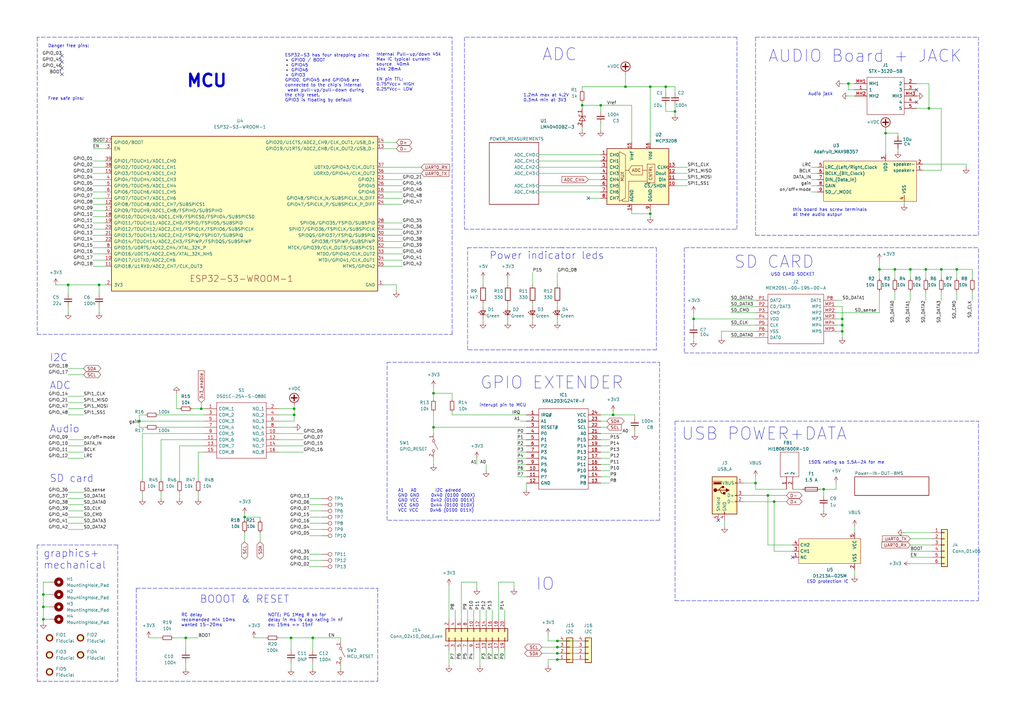
<source format=kicad_sch>
(kicad_sch (version 20211123) (generator eeschema)
  (paper "A3")
  (title_block (title "ESP32 MP3 player/web radio+power meter+uSD dataloger") (date "2022-06-30") (rev "2"))
  (junction (at 228.6 270.51))
  (junction (at 57.15 172.72))
  (junction (at 17.78 243.84))
  (junction (at 373.38 110.49))
  (junction (at 367.03 110.49))
  (junction (at 392.43 110.49))
  (junction (at 82.55 167.64))
  (junction (at 256.54 35.56))
  (junction (at 314.96 203.2))
  (junction (at 246.38 43.18))
  (junction (at 177.8 161.29))
  (junction (at 381 44.45))
  (junction (at 379.73 110.49))
  (junction (at 337.82 200.66))
  (junction (at 120.65 167.64))
  (junction (at 76.2 261.62))
  (junction (at 276.86 45.72))
  (junction (at 17.78 248.92))
  (junction (at 386.08 110.49))
  (junction (at 128.27 261.62))
  (junction (at 345.44 133.35))
  (junction (at 177.8 175.26))
  (junction (at 266.7 87.63))
  (junction (at 119.38 261.62))
  (junction (at 27.94 116.84))
  (junction (at 228.6 262.89))
  (junction (at 317.5 205.74))
  (junction (at 309.88 198.12))
  (junction (at 228.6 267.97))
  (junction (at 40.64 116.84))
  (junction (at 347.98 34.29))
  (junction (at 360.68 110.49))
  (junction (at 100.33 212.09))
  (junction (at 251.46 170.18))
  (junction (at 363.22 54.61))
  (junction (at 266.7 35.56))
  (junction (at 120.65 170.18))
  (junction (at 273.05 35.56))
  (junction (at 284.48 130.81))
  (junction (at 228.6 265.43))
  (junction (at 17.78 254))
  (junction (at 238.76 43.18))
  (junction (at 345.44 135.89))
  (junction (at 345.44 130.81))
  (no_connect (at 241.3 81.28))
  (no_connect (at 25.4 25.4))
  (no_connect (at 25.4 30.48))
  (no_connect (at 25.4 27.94))
  (no_connect (at 375.92 36.83))
  (no_connect (at 375.92 41.91))
  (no_connect (at 25.4 22.86))
  (no_connect (at 294.64 213.36))
  (no_connect (at 325.12 228.6))
  (wire (pts (xy 224.79 260.35) (xy 224.79 262.89)))
  (wire (pts (xy 304.8 198.12) (xy 309.88 198.12)))
  (wire (pts (xy 255.27 177.8) (xy 246.38 177.8)))
  (wire (pts (xy 375.92 44.45) (xy 381 44.45)))
  (wire (pts (xy 332.74 71.12) (xy 335.28 71.12)))
  (wire (pts (xy 81.28 261.62) (xy 76.2 261.62)))
  (wire (pts (xy 27.94 180.34) (xy 34.29 180.34)))
  (wire (pts (xy 220.98 71.12) (xy 246.38 71.12)))
  (wire (pts (xy 127 229.87) (xy 132.08 229.87)))
  (wire (pts (xy 198.12 114.3) (xy 198.12 116.84)))
  (wire (pts (xy 342.9 133.35) (xy 345.44 133.35)))
  (polyline (pts (xy 240.03 148.59) (xy 270.51 148.59)))
  (wire (pts (xy 378.46 67.31) (xy 396.24 67.31)))
  (wire (pts (xy 201.93 270.51) (xy 201.93 266.7)))
  (wire (pts (xy 299.72 133.35) (xy 309.88 133.35)))
  (wire (pts (xy 157.48 68.58) (xy 172.72 68.58)))
  (wire (pts (xy 189.23 254) (xy 189.23 238.76)))
  (wire (pts (xy 127 207.01) (xy 132.08 207.01)))
  (wire (pts (xy 38.1 91.44) (xy 43.18 91.44)))
  (wire (pts (xy 114.3 175.26) (xy 120.65 175.26)))
  (wire (pts (xy 81.28 185.42) (xy 81.28 196.85)))
  (wire (pts (xy 259.08 43.18) (xy 259.08 58.42)))
  (wire (pts (xy 177.8 175.26) (xy 215.9 175.26)))
  (polyline (pts (xy 270.51 213.36) (xy 158.75 213.36)))
  (wire (pts (xy 212.09 195.58) (xy 215.9 195.58)))
  (wire (pts (xy 195.58 187.96) (xy 195.58 190.5)))
  (wire (pts (xy 373.38 220.98) (xy 382.27 220.98)))
  (wire (pts (xy 38.1 68.58) (xy 43.18 68.58)))
  (wire (pts (xy 379.73 119.38) (xy 379.73 123.19)))
  (wire (pts (xy 157.48 106.68) (xy 165.1 106.68)))
  (wire (pts (xy 17.78 254) (xy 20.32 254)))
  (polyline (pts (xy 270.51 148.59) (xy 270.51 213.36)))
  (wire (pts (xy 284.48 133.35) (xy 284.48 130.81)))
  (wire (pts (xy 238.76 52.07) (xy 238.76 53.34)))
  (wire (pts (xy 392.43 110.49) (xy 392.43 114.3)))
  (wire (pts (xy 186.69 270.51) (xy 186.69 266.7)))
  (wire (pts (xy 27.94 187.96) (xy 34.29 187.96)))
  (wire (pts (xy 78.74 167.64) (xy 82.55 167.64)))
  (wire (pts (xy 241.3 81.28) (xy 246.38 81.28)))
  (wire (pts (xy 218.44 111.76) (xy 218.44 116.84)))
  (wire (pts (xy 367.03 110.49) (xy 373.38 110.49)))
  (wire (pts (xy 127 232.41) (xy 132.08 232.41)))
  (wire (pts (xy 198.12 130.81) (xy 198.12 132.08)))
  (wire (pts (xy 228.6 270.51) (xy 236.22 270.51)))
  (wire (pts (xy 373.38 228.6) (xy 382.27 228.6)))
  (wire (pts (xy 381 34.29) (xy 375.92 34.29)))
  (wire (pts (xy 127 212.09) (xy 132.08 212.09)))
  (wire (pts (xy 246.38 182.88) (xy 250.19 182.88)))
  (wire (pts (xy 83.82 177.8) (xy 58.42 177.8)))
  (wire (pts (xy 276.86 43.18) (xy 276.86 45.72)))
  (wire (pts (xy 157.48 83.82) (xy 165.1 83.82)))
  (wire (pts (xy 246.38 198.12) (xy 250.19 198.12)))
  (wire (pts (xy 124.46 177.8) (xy 114.3 177.8)))
  (wire (pts (xy 73.66 196.85) (xy 73.66 182.88)))
  (wire (pts (xy 241.3 73.66) (xy 246.38 73.66)))
  (wire (pts (xy 128.27 271.78) (xy 128.27 274.32)))
  (wire (pts (xy 120.65 166.37) (xy 120.65 167.64)))
  (wire (pts (xy 314.96 203.2) (xy 314.96 223.52)))
  (polyline (pts (xy 185.42 15.24) (xy 15.24 15.24)))
  (wire (pts (xy 185.42 161.29) (xy 177.8 161.29)))
  (wire (pts (xy 22.86 116.84) (xy 27.94 116.84)))
  (wire (pts (xy 38.1 106.68) (xy 43.18 106.68)))
  (wire (pts (xy 218.44 124.46) (xy 218.44 125.73)))
  (wire (pts (xy 76.2 266.7) (xy 76.2 261.62)))
  (wire (pts (xy 325.12 223.52) (xy 314.96 223.52)))
  (wire (pts (xy 332.74 73.66) (xy 335.28 73.66)))
  (wire (pts (xy 57.15 172.72) (xy 57.15 175.26)))
  (wire (pts (xy 299.72 138.43) (xy 309.88 138.43)))
  (wire (pts (xy 157.48 101.6) (xy 165.1 101.6)))
  (wire (pts (xy 40.64 120.65) (xy 40.64 116.84)))
  (polyline (pts (xy 309.88 96.52) (xy 401.32 96.52)))
  (wire (pts (xy 177.8 158.75) (xy 177.8 161.29)))
  (wire (pts (xy 157.48 71.12) (xy 172.72 71.12)))
  (wire (pts (xy 276.86 68.58) (xy 281.94 68.58)))
  (wire (pts (xy 120.65 170.18) (xy 120.65 167.64)))
  (wire (pts (xy 82.55 167.64) (xy 83.82 167.64)))
  (polyline (pts (xy 401.32 246.38) (xy 401.32 172.72)))
  (wire (pts (xy 157.48 81.28) (xy 165.1 81.28)))
  (wire (pts (xy 157.48 78.74) (xy 165.1 78.74)))
  (wire (pts (xy 373.38 110.49) (xy 379.73 110.49)))
  (wire (pts (xy 38.1 96.52) (xy 43.18 96.52)))
  (wire (pts (xy 128.27 261.62) (xy 139.7 261.62)))
  (wire (pts (xy 38.1 86.36) (xy 43.18 86.36)))
  (wire (pts (xy 297.18 213.36) (xy 297.18 215.9)))
  (wire (pts (xy 332.74 76.2) (xy 335.28 76.2)))
  (wire (pts (xy 57.15 172.72) (xy 83.82 172.72)))
  (wire (pts (xy 127 204.47) (xy 132.08 204.47)))
  (wire (pts (xy 38.1 71.12) (xy 43.18 71.12)))
  (wire (pts (xy 332.74 78.74) (xy 335.28 78.74)))
  (wire (pts (xy 27.94 209.55) (xy 34.29 209.55)))
  (wire (pts (xy 367.03 119.38) (xy 367.03 123.19)))
  (wire (pts (xy 157.48 109.22) (xy 165.1 109.22)))
  (wire (pts (xy 220.98 63.5) (xy 246.38 63.5)))
  (polyline (pts (xy 280.67 144.78) (xy 401.32 144.78)))
  (wire (pts (xy 222.25 265.43) (xy 228.6 265.43)))
  (wire (pts (xy 38.1 104.14) (xy 43.18 104.14)))
  (wire (pts (xy 162.56 116.84) (xy 162.56 119.38)))
  (wire (pts (xy 38.1 83.82) (xy 43.18 83.82)))
  (wire (pts (xy 100.33 210.82) (xy 100.33 212.09)))
  (wire (pts (xy 157.48 60.96) (xy 162.56 60.96)))
  (wire (pts (xy 124.46 180.34) (xy 114.3 180.34)))
  (wire (pts (xy 347.98 34.29) (xy 350.52 34.29)))
  (polyline (pts (xy 401.32 144.78) (xy 401.32 101.6)))
  (wire (pts (xy 207.01 270.51) (xy 207.01 266.7)))
  (wire (pts (xy 360.68 110.49) (xy 367.03 110.49)))
  (wire (pts (xy 127 227.33) (xy 132.08 227.33)))
  (wire (pts (xy 342.9 125.73) (xy 345.44 125.73)))
  (wire (pts (xy 228.6 130.81) (xy 228.6 132.08)))
  (wire (pts (xy 114.3 261.62) (xy 119.38 261.62)))
  (polyline (pts (xy 302.26 93.98) (xy 302.26 15.24)))
  (wire (pts (xy 295.91 135.89) (xy 309.88 135.89)))
  (wire (pts (xy 40.64 116.84) (xy 43.18 116.84)))
  (polyline (pts (xy 158.75 213.36) (xy 158.75 148.59)))
  (polyline (pts (xy 191.77 143.51) (xy 191.77 101.6)))
  (wire (pts (xy 27.94 170.18) (xy 34.29 170.18)))
  (wire (pts (xy 273.05 35.56) (xy 276.86 35.56)))
  (wire (pts (xy 266.7 86.36) (xy 266.7 87.63)))
  (wire (pts (xy 370.84 218.44) (xy 382.27 218.44)))
  (wire (pts (xy 386.08 110.49) (xy 386.08 114.3)))
  (wire (pts (xy 246.38 172.72) (xy 248.92 172.72)))
  (wire (pts (xy 276.86 73.66) (xy 281.94 73.66)))
  (polyline (pts (xy 276.86 172.72) (xy 401.32 172.72)))
  (wire (pts (xy 220.98 78.74) (xy 246.38 78.74)))
  (polyline (pts (xy 154.94 279.4) (xy 154.94 241.3)))
  (wire (pts (xy 220.98 66.04) (xy 246.38 66.04)))
  (wire (pts (xy 276.86 45.72) (xy 273.05 45.72)))
  (wire (pts (xy 350.52 236.22) (xy 350.52 233.68)))
  (wire (pts (xy 157.48 91.44) (xy 165.1 91.44)))
  (wire (pts (xy 127 209.55) (xy 132.08 209.55)))
  (wire (pts (xy 204.47 270.51) (xy 204.47 266.7)))
  (wire (pts (xy 38.1 99.06) (xy 43.18 99.06)))
  (wire (pts (xy 27.94 201.93) (xy 34.29 201.93)))
  (wire (pts (xy 17.78 243.84) (xy 20.32 243.84)))
  (wire (pts (xy 157.48 99.06) (xy 165.1 99.06)))
  (wire (pts (xy 38.1 58.42) (xy 43.18 58.42)))
  (wire (pts (xy 127 217.17) (xy 132.08 217.17)))
  (wire (pts (xy 367.03 110.49) (xy 367.03 114.3)))
  (wire (pts (xy 299.72 125.73) (xy 309.88 125.73)))
  (wire (pts (xy 66.04 201.93) (xy 66.04 204.47)))
  (wire (pts (xy 72.39 167.64) (xy 72.39 161.29)))
  (wire (pts (xy 139.7 261.62) (xy 139.7 262.89)))
  (wire (pts (xy 228.6 265.43) (xy 236.22 265.43)))
  (wire (pts (xy 17.78 238.76) (xy 17.78 243.84)))
  (polyline (pts (xy 55.88 279.4) (xy 154.94 279.4)))
  (wire (pts (xy 238.76 36.83) (xy 238.76 35.56)))
  (wire (pts (xy 81.28 185.42) (xy 83.82 185.42)))
  (wire (pts (xy 199.39 254) (xy 199.39 250.19)))
  (wire (pts (xy 185.42 163.83) (xy 185.42 161.29)))
  (wire (pts (xy 27.94 212.09) (xy 34.29 212.09)))
  (polyline (pts (xy 401.32 96.52) (xy 401.32 15.24)))
  (wire (pts (xy 299.72 123.19) (xy 309.88 123.19)))
  (polyline (pts (xy 276.86 172.72) (xy 276.86 246.38)))
  (wire (pts (xy 386.08 44.45) (xy 386.08 69.85)))
  (wire (pts (xy 212.09 182.88) (xy 215.9 182.88)))
  (wire (pts (xy 246.38 187.96) (xy 250.19 187.96)))
  (wire (pts (xy 212.09 190.5) (xy 215.9 190.5)))
  (wire (pts (xy 299.72 128.27) (xy 309.88 128.27)))
  (wire (pts (xy 260.35 170.18) (xy 260.35 171.45)))
  (wire (pts (xy 276.86 46.99) (xy 276.86 45.72)))
  (wire (pts (xy 157.48 58.42) (xy 162.56 58.42)))
  (wire (pts (xy 27.94 214.63) (xy 34.29 214.63)))
  (wire (pts (xy 373.38 226.06) (xy 382.27 226.06)))
  (wire (pts (xy 222.25 267.97) (xy 228.6 267.97)))
  (wire (pts (xy 177.8 168.91) (xy 177.8 175.26)))
  (wire (pts (xy 337.82 209.55) (xy 337.82 208.28)))
  (wire (pts (xy 128.27 266.7) (xy 128.27 261.62)))
  (wire (pts (xy 204.47 254) (xy 204.47 238.76)))
  (wire (pts (xy 224.79 270.51) (xy 224.79 273.05)))
  (wire (pts (xy 213.36 172.72) (xy 215.9 172.72)))
  (wire (pts (xy 396.24 67.31) (xy 396.24 68.58)))
  (wire (pts (xy 100.33 212.09) (xy 106.68 212.09)))
  (wire (pts (xy 246.38 185.42) (xy 250.19 185.42)))
  (wire (pts (xy 273.05 35.56) (xy 273.05 38.1)))
  (wire (pts (xy 381 44.45) (xy 386.08 44.45)))
  (polyline (pts (xy 302.26 15.24) (xy 190.5 15.24)))
  (wire (pts (xy 398.78 119.38) (xy 398.78 123.19)))
  (wire (pts (xy 238.76 43.18) (xy 246.38 43.18)))
  (wire (pts (xy 177.8 187.96) (xy 177.8 190.5)))
  (wire (pts (xy 38.1 109.22) (xy 43.18 109.22)))
  (wire (pts (xy 360.68 106.68) (xy 360.68 110.49)))
  (wire (pts (xy 208.28 124.46) (xy 208.28 125.73)))
  (wire (pts (xy 57.15 170.18) (xy 57.15 172.72)))
  (wire (pts (xy 64.77 170.18) (xy 83.82 170.18)))
  (wire (pts (xy 119.38 271.78) (xy 119.38 274.32)))
  (wire (pts (xy 189.23 270.51) (xy 189.23 266.7)))
  (wire (pts (xy 345.44 125.73) (xy 345.44 130.81)))
  (wire (pts (xy 259.08 87.63) (xy 266.7 87.63)))
  (wire (pts (xy 276.86 76.2) (xy 281.94 76.2)))
  (wire (pts (xy 256.54 30.48) (xy 256.54 35.56)))
  (wire (pts (xy 246.38 43.18) (xy 246.38 45.72)))
  (wire (pts (xy 379.73 110.49) (xy 386.08 110.49)))
  (wire (pts (xy 337.82 200.66) (xy 342.9 200.66)))
  (wire (pts (xy 177.8 161.29) (xy 177.8 163.83)))
  (polyline (pts (xy 158.75 148.59) (xy 240.03 148.59)))
  (wire (pts (xy 17.78 248.92) (xy 17.78 254)))
  (wire (pts (xy 295.91 135.89) (xy 295.91 138.43)))
  (wire (pts (xy 100.33 218.44) (xy 100.33 222.25)))
  (polyline (pts (xy 15.24 15.24) (xy 15.24 137.16)))
  (wire (pts (xy 360.68 110.49) (xy 360.68 114.3)))
  (polyline (pts (xy 309.88 15.24) (xy 309.88 96.52)))
  (wire (pts (xy 345.44 133.35) (xy 345.44 135.89)))
  (wire (pts (xy 157.48 73.66) (xy 165.1 73.66)))
  (polyline (pts (xy 229.87 101.6) (xy 269.24 101.6)))
  (wire (pts (xy 373.38 231.14) (xy 382.27 231.14)))
  (wire (pts (xy 201.93 254) (xy 201.93 250.19)))
  (wire (pts (xy 378.46 69.85) (xy 386.08 69.85)))
  (wire (pts (xy 106.68 218.44) (xy 106.68 222.25)))
  (wire (pts (xy 386.08 110.49) (xy 392.43 110.49)))
  (wire (pts (xy 184.15 240.03) (xy 184.15 254)))
  (wire (pts (xy 251.46 168.91) (xy 251.46 170.18)))
  (wire (pts (xy 238.76 41.91) (xy 238.76 43.18)))
  (wire (pts (xy 194.31 254) (xy 194.31 250.19)))
  (wire (pts (xy 72.39 167.64) (xy 73.66 167.64)))
  (polyline (pts (xy 269.24 143.51) (xy 191.77 143.51)))
  (wire (pts (xy 196.85 266.7) (xy 196.85 273.05)))
  (wire (pts (xy 345.44 130.81) (xy 345.44 133.35)))
  (wire (pts (xy 124.46 182.88) (xy 114.3 182.88)))
  (wire (pts (xy 119.38 261.62) (xy 128.27 261.62)))
  (wire (pts (xy 246.38 195.58) (xy 250.19 195.58)))
  (wire (pts (xy 199.39 270.51) (xy 199.39 266.7)))
  (wire (pts (xy 228.6 111.76) (xy 228.6 116.84)))
  (wire (pts (xy 20.32 248.92) (xy 17.78 248.92)))
  (polyline (pts (xy 323.85 101.6) (xy 280.67 101.6)))
  (wire (pts (xy 27.94 182.88) (xy 34.29 182.88)))
  (polyline (pts (xy 55.88 241.3) (xy 154.94 241.3)))
  (wire (pts (xy 347.98 34.29) (xy 345.44 34.29)))
  (wire (pts (xy 58.42 201.93) (xy 58.42 204.47)))
  (wire (pts (xy 27.94 217.17) (xy 34.29 217.17)))
  (wire (pts (xy 119.38 266.7) (xy 119.38 261.62)))
  (wire (pts (xy 17.78 243.84) (xy 17.78 248.92)))
  (wire (pts (xy 345.44 135.89) (xy 345.44 138.43)))
  (wire (pts (xy 360.68 119.38) (xy 360.68 128.27)))
  (wire (pts (xy 309.88 195.58) (xy 309.88 198.12)))
  (wire (pts (xy 212.09 193.04) (xy 215.9 193.04)))
  (wire (pts (xy 27.94 162.56) (xy 34.29 162.56)))
  (wire (pts (xy 342.9 128.27) (xy 360.68 128.27)))
  (wire (pts (xy 208.28 130.81) (xy 208.28 132.08)))
  (wire (pts (xy 27.94 151.13) (xy 34.29 151.13)))
  (wire (pts (xy 342.9 135.89) (xy 345.44 135.89)))
  (wire (pts (xy 224.79 262.89) (xy 228.6 262.89)))
  (wire (pts (xy 76.2 261.62) (xy 71.12 261.62)))
  (wire (pts (xy 309.88 198.12) (xy 309.88 200.66)))
  (wire (pts (xy 199.39 190.5) (xy 199.39 193.04)))
  (wire (pts (xy 284.48 130.81) (xy 309.88 130.81)))
  (wire (pts (xy 246.38 175.26) (xy 248.92 175.26)))
  (wire (pts (xy 342.9 130.81) (xy 345.44 130.81)))
  (wire (pts (xy 194.31 270.51) (xy 194.31 266.7)))
  (wire (pts (xy 246.38 53.34) (xy 246.38 50.8)))
  (wire (pts (xy 276.86 71.12) (xy 281.94 71.12)))
  (polyline (pts (xy 185.42 137.16) (xy 185.42 15.24)))
  (wire (pts (xy 38.1 60.96) (xy 43.18 60.96)))
  (wire (pts (xy 208.28 114.3) (xy 208.28 116.84)))
  (polyline (pts (xy 280.67 101.6) (xy 280.67 144.78)))
  (wire (pts (xy 246.38 43.18) (xy 259.08 43.18)))
  (wire (pts (xy 100.33 212.09) (xy 100.33 213.36)))
  (wire (pts (xy 120.65 172.72) (xy 120.65 170.18)))
  (wire (pts (xy 220.98 68.58) (xy 246.38 68.58)))
  (wire (pts (xy 58.42 177.8) (xy 58.42 196.85)))
  (wire (pts (xy 304.8 203.2) (xy 314.96 203.2)))
  (wire (pts (xy 27.94 153.67) (xy 34.29 153.67)))
  (wire (pts (xy 260.35 177.8) (xy 260.35 176.53)))
  (wire (pts (xy 114.3 172.72) (xy 120.65 172.72)))
  (wire (pts (xy 27.94 207.01) (xy 34.29 207.01)))
  (wire (pts (xy 266.7 35.56) (xy 273.05 35.56)))
  (wire (pts (xy 157.48 76.2) (xy 165.1 76.2)))
  (wire (pts (xy 210.82 238.76) (xy 210.82 241.3)))
  (polyline (pts (xy 15.24 279.4) (xy 48.26 279.4)))
  (polyline (pts (xy 15.24 137.16) (xy 185.42 137.16)))
  (wire (pts (xy 238.76 44.45) (xy 238.76 43.18)))
  (wire (pts (xy 76.2 271.78) (xy 76.2 274.32)))
  (wire (pts (xy 139.7 273.05) (xy 139.7 274.32)))
  (wire (pts (xy 363.22 54.61) (xy 363.22 63.5)))
  (wire (pts (xy 246.38 190.5) (xy 250.19 190.5)))
  (wire (pts (xy 373.38 223.52) (xy 382.27 223.52)))
  (polyline (pts (xy 55.88 241.3) (xy 55.88 279.4)))
  (wire (pts (xy 218.44 130.81) (xy 218.44 132.08)))
  (wire (pts (xy 17.78 254) (xy 17.78 255.27)))
  (wire (pts (xy 350.52 39.37) (xy 347.98 39.37)))
  (wire (pts (xy 127 214.63) (xy 132.08 214.63)))
  (wire (pts (xy 337.82 200.66) (xy 337.82 203.2)))
  (polyline (pts (xy 309.88 15.24) (xy 401.32 15.24)))
  (polyline (pts (xy 269.24 101.6) (xy 269.24 143.51)))
  (wire (pts (xy 228.6 124.46) (xy 228.6 125.73)))
  (wire (pts (xy 238.76 35.56) (xy 256.54 35.56)))
  (wire (pts (xy 246.38 170.18) (xy 251.46 170.18)))
  (wire (pts (xy 215.9 170.18) (xy 185.42 170.18)))
  (wire (pts (xy 332.74 68.58) (xy 335.28 68.58)))
  (wire (pts (xy 215.9 198.12) (xy 215.9 200.66)))
  (wire (pts (xy 27.94 185.42) (xy 34.29 185.42)))
  (wire (pts (xy 38.1 66.04) (xy 43.18 66.04)))
  (wire (pts (xy 347.98 34.29) (xy 347.98 36.83)))
  (wire (pts (xy 40.64 125.73) (xy 40.64 128.27)))
  (wire (pts (xy 266.7 35.56) (xy 266.7 58.42)))
  (wire (pts (xy 114.3 167.64) (xy 120.65 167.64)))
  (wire (pts (xy 57.15 170.18) (xy 59.69 170.18)))
  (wire (pts (xy 325.12 226.06) (xy 317.5 226.06)))
  (wire (pts (xy 196.85 254) (xy 196.85 250.19)))
  (wire (pts (xy 198.12 124.46) (xy 198.12 125.73)))
  (wire (pts (xy 191.77 254) (xy 191.77 250.19)))
  (wire (pts (xy 157.48 104.14) (xy 165.1 104.14)))
  (wire (pts (xy 370.84 82.55) (xy 370.84 83.82)))
  (wire (pts (xy 246.38 193.04) (xy 250.19 193.04)))
  (wire (pts (xy 189.23 238.76) (xy 195.58 238.76)))
  (wire (pts (xy 207.01 254) (xy 207.01 250.19)))
  (wire (pts (xy 304.8 205.74) (xy 317.5 205.74)))
  (wire (pts (xy 228.6 262.89) (xy 236.22 262.89)))
  (wire (pts (xy 127 219.71) (xy 132.08 219.71)))
  (wire (pts (xy 386.08 119.38) (xy 386.08 123.19)))
  (polyline (pts (xy 190.5 93.98) (xy 302.26 93.98)))
  (wire (pts (xy 27.94 204.47) (xy 34.29 204.47)))
  (wire (pts (xy 59.69 175.26) (xy 57.15 175.26)))
  (wire (pts (xy 381 34.29) (xy 381 44.45)))
  (wire (pts (xy 27.94 167.64) (xy 34.29 167.64)))
  (polyline (pts (xy 190.5 15.24) (xy 190.5 93.98)))
  (wire (pts (xy 317.5 205.74) (xy 322.58 205.74)))
  (wire (pts (xy 27.94 116.84) (xy 40.64 116.84)))
  (wire (pts (xy 336.55 200.66) (xy 337.82 200.66)))
  (wire (pts (xy 124.46 185.42) (xy 114.3 185.42)))
  (polyline (pts (xy 323.85 101.6) (xy 401.32 101.6)))
  (wire (pts (xy 185.42 170.18) (xy 185.42 168.91)))
  (wire (pts (xy 82.55 165.1) (xy 82.55 167.64)))
  (wire (pts (xy 27.94 120.65) (xy 27.94 116.84)))
  (wire (pts (xy 224.79 270.51) (xy 228.6 270.51)))
  (wire (pts (xy 392.43 110.49) (xy 398.78 110.49)))
  (wire (pts (xy 212.09 177.8) (xy 215.9 177.8)))
  (wire (pts (xy 64.77 175.26) (xy 83.82 175.26)))
  (wire (pts (xy 27.94 125.73) (xy 27.94 128.27)))
  (wire (pts (xy 284.48 139.7) (xy 284.48 138.43)))
  (wire (pts (xy 398.78 110.49) (xy 398.78 114.3)))
  (wire (pts (xy 191.77 270.51) (xy 191.77 266.7)))
  (wire (pts (xy 177.8 177.8) (xy 177.8 175.26)))
  (wire (pts (xy 342.9 198.12) (xy 342.9 200.66)))
  (wire (pts (xy 379.73 110.49) (xy 379.73 114.3)))
  (wire (pts (xy 228.6 267.97) (xy 236.22 267.97)))
  (wire (pts (xy 38.1 78.74) (xy 43.18 78.74)))
  (wire (pts (xy 81.28 201.93) (xy 81.28 204.47)))
  (wire (pts (xy 392.43 119.38) (xy 392.43 123.19)))
  (wire (pts (xy 350.52 215.9) (xy 350.52 218.44)))
  (wire (pts (xy 314.96 203.2) (xy 322.58 203.2)))
  (wire (pts (xy 157.48 96.52) (xy 165.1 96.52)))
  (wire (pts (xy 276.86 38.1) (xy 276.86 35.56)))
  (wire (pts (xy 186.69 254) (xy 186.69 250.19)))
  (polyline (pts (xy 276.86 246.38) (xy 401.32 246.38)))
  (polyline (pts (xy 191.77 101.6) (xy 231.14 101.6)))
  (wire (pts (xy 20.32 238.76) (xy 17.78 238.76)))
  (wire (pts (xy 368.3 54.61) (xy 363.22 54.61)))
  (wire (pts (xy 66.04 180.34) (xy 83.82 180.34)))
  (wire (pts (xy 104.14 261.62) (xy 109.22 261.62)))
  (wire (pts (xy 212.09 187.96) (xy 215.9 187.96)))
  (wire (pts (xy 38.1 76.2) (xy 43.18 76.2)))
  (wire (pts (xy 204.47 238.76) (xy 210.82 238.76)))
  (wire (pts (xy 73.66 201.93) (xy 73.66 204.47)))
  (wire (pts (xy 38.1 101.6) (xy 43.18 101.6)))
  (polyline (pts (xy 48.26 223.52) (xy 15.24 223.52)))
  (wire (pts (xy 184.15 266.7) (xy 184.15 273.05)))
  (wire (pts (xy 60.96 261.62) (xy 66.04 261.62)))
  (wire (pts (xy 38.1 93.98) (xy 43.18 93.98)))
  (wire (pts (xy 273.05 45.72) (xy 273.05 43.18)))
  (wire (pts (xy 347.98 36.83) (xy 350.52 36.83)))
  (polyline (pts (xy 15.24 223.52) (xy 15.24 279.4)))
  (wire (pts (xy 342.9 123.19) (xy 345.44 123.19)))
  (polyline (pts (xy 48.26 223.52) (xy 48.26 279.4)))
  (wire (pts (xy 373.38 110.49) (xy 373.38 114.3)))
  (wire (pts (xy 27.94 165.1) (xy 34.29 165.1)))
  (wire (pts (xy 73.66 182.88) (xy 83.82 182.88)))
  (wire (pts (xy 38.1 73.66) (xy 43.18 73.66)))
  (wire (pts (xy 66.04 196.85) (xy 66.04 180.34)))
  (wire (pts (xy 106.68 213.36) (xy 106.68 212.09)))
  (wire (pts (xy 38.1 88.9) (xy 43.18 88.9)))
  (wire (pts (xy 195.58 238.76) (xy 195.58 241.3)))
  (wire (pts (xy 220.98 76.2) (xy 246.38 76.2)))
  (wire (pts (xy 266.7 87.63) (xy 266.7 88.9)))
  (wire (pts (xy 157.48 116.84) (xy 162.56 116.84)))
  (wire (pts (xy 363.22 53.34) (xy 363.22 54.61)))
  (wire (pts (xy 251.46 170.18) (xy 260.35 170.18)))
  (wire (pts (xy 368.3 60.96) (xy 368.3 62.23)))
  (wire (pts (xy 309.88 200.66) (xy 322.58 200.66)))
  (wire (pts (xy 325.12 200.66) (xy 328.93 200.66)))
  (wire (pts (xy 256.54 35.56) (xy 266.7 35.56)))
  (wire (pts (xy 246.38 180.34) (xy 250.19 180.34)))
  (wire (pts (xy 212.09 185.42) (xy 215.9 185.42)))
  (wire (pts (xy 284.48 128.27) (xy 284.48 130.81)))
  (wire (pts (xy 368.3 54.61) (xy 368.3 55.88)))
  (wire (pts (xy 317.5 205.74) (xy 317.5 226.06)))
  (wire (pts (xy 114.3 170.18) (xy 120.65 170.18)))
  (wire (pts (xy 373.38 119.38) (xy 373.38 123.19)))
  (wire (pts (xy 259.08 86.36) (xy 259.08 87.63)))
  (wire (pts (xy 157.48 93.98) (xy 165.1 93.98)))
  (wire (pts (xy 212.09 180.34) (xy 215.9 180.34)))
  (wire (pts (xy 38.1 81.28) (xy 43.18 81.28)))
  (text "AUDIO Board + JACK" (at 314.96 26.035 0) (effects (font (size 5 5)) (justify left bottom)))
  (text "interupt pin to MCU" (at 215.9 167.005 180) (effects (font (size 1.27 1.27)) (justify right bottom)))
  (text "IO " (at 219.71 242.57 0) (effects (font (size 5 5)) (justify left bottom)))
  (text "USD CARD SOCKET" (at 316.103 113.411 0) (effects (font (size 1.27 1.27)) (justify left bottom)))
  (text "RC delay\nrecomanded min 10ms\nwanted 15-20ms" (at 74.295 257.175 0) (effects (font (size 1.27 1.27)) (justify left bottom)))
  (text "Free safe pins:" (at 19.685 41.275 0) (effects (font (size 1.27 1.27)) (justify left bottom)))
  (text "SD card" (at 20.32 198.12 0) (effects (font (size 3 3)) (justify left bottom)))
  (text "Power indicator leds" (at 200.66 106.68 0) (effects (font (size 3 3)) (justify left bottom)))
  (text "Audio" (at 20.32 177.8 0) (effects (font (size 3 3)) (justify left bottom)))
  (text "NOTE: PG 1Meg R so for\ndelay in ms is cap rating in nF\nex: 15ms => 15nF" (at 109.855 257.175 0) (effects (font (size 1.27 1.27)) (justify left bottom)))
  (text "150% rating so 1.5A-2A for me" (at 331.47 190.5 0) (effects (font (size 1.27 1.27)) (justify left bottom)))
  (text "MCU" (at 76.2 36.195 0) (effects (font (size 5 5) (thickness 1) bold) (justify left bottom)))
  (text "ESD protection IC" (at 330.835 239.395 0) (effects (font (size 1.27 1.27)) (justify left bottom)))
  (text "I2C" (at 20.32 148.59 0) (effects (font (size 3 3)) (justify left bottom)))
  (text "ESP32-S3 has four strapping pins:\n• GPIO0 / BOOT\n• GPIO45\n• GPIO46\n• GPIO3\nGPIO0, GPIO45 and GPIO46 are\nconnected to the chip's internal\n weak pull-up/pull-down during\nthe chip reset.\nGPIO3 is floating by default" (at 116.84 41.91 0) (effects (font (size 1.27 1.27)) (justify left bottom)))
  (text "Internal Pull-up/down 45k\nMax IC typical current:\nsource  40mA\nsink 28mA\n\nEN pin TTL:\n0.75*Vcc+ HIGH\n0.25*Vcc- LOW" (at 154.305 37.465 0) (effects (font (size 1.27 1.27)) (justify left bottom)))
  (text "A1   A0        I2C adredd\nGND GND     0x40 (0100 000X)\nGND VCC     0x42 (0100 001X)\nVCC GND     0x44 (0100 010X)\nVCC VCC     0x46 (0100 011X)" (at 163.195 210.185 0) (effects (font (size 1.27 1.27)) (justify left bottom)))
  (text "GPIO EXTENDER" (at 196.85 160.02 0) (effects (font (size 5 5)) (justify left bottom)))
  (text "SD CARD" (at 300.99 110.49 0) (effects (font (size 5 5)) (justify left bottom)))
  (text "Danger free pins:\n" (at 19.685 19.685 0) (effects (font (size 1.27 1.27)) (justify left bottom)))
  (text "USB POWER+DATA" (at 279.4 180.975 0) (effects (font (size 5 5)) (justify left bottom)))
  (text "ADC" (at 222.25 25.4 0) (effects (font (size 5 5)) (justify left bottom)))
  (text "ADC" (at 20.32 160.02 0) (effects (font (size 3 3)) (justify left bottom)))
  (text "graphics+\nmechanical" (at 17.78 233.68 0) (effects (font (size 3 3)) (justify left bottom)))
  (text "1.2mA max at 4.2V\n0.3mA min at 3V3" (at 214.63 41.91 0) (effects (font (size 1.27 1.27)) (justify left bottom)))
  (text "Audio jack" (at 331.47 39.37 0) (effects (font (size 1.27 1.27)) (justify left bottom)))
  (text "this board has screw terminals\nat thee audio autpur" (at 325.12 88.9 0) (effects (font (size 1.27 1.27)) (justify left bottom)))
  (text "BOOOT & RESET" (at 81.915 247.65 0) (effects (font (size 3 3)) (justify left bottom)))
  (label "GPIO_07" (at 124.46 180.34 0))
  (label "gain" (at 57.15 173.99 180))
  (label "P8" (at 186.69 250.19 90))
  (label "GPIO_45" (at 165.1 76.2 0))
  (label "GPIO_39" (at 27.94 209.55 180))
  (label "SD_DATA1" (at 34.29 204.47 0))
  (label "P6" (at 212.09 193.04 0))
  (label "SD_CLK" (at 34.29 209.55 0))
  (label "GPIO_21" (at 27.94 165.1 180))
  (label "SPI1_MISO" (at 281.94 71.12 0))
  (label "SD_CMD" (at 392.43 123.19 270))
  (label "GPIO_37" (at 165.1 96.52 0))
  (label "P2" (at 201.93 270.51 90))
  (label "GPIO_15" (at 38.1 101.6 180))
  (label "GPIO_15" (at 124.46 182.88 0))
  (label "GPIO_38" (at 165.1 99.06 0))
  (label "P14" (at 207.01 250.19 90))
  (label "A0" (at 255.27 177.8 0))
  (label "EN" (at 373.38 228.6 0))
  (label "SPI1_SS1" (at 34.29 170.18 0))
  (label "BCLK" (at 34.29 185.42 0))
  (label "SD_DATA1" (at 345.44 123.19 0))
  (label "SD_sense" (at 34.29 201.93 0))
  (label "BOOT" (at 373.38 226.06 0))
  (label "IRQ" (at 213.36 170.18 180))
  (label "GPIO_38" (at 27.94 207.01 180))
  (label "GPIO_17" (at 38.1 106.68 180))
  (label "GPIO_42" (at 27.94 217.17 180))
  (label "P0" (at 212.09 177.8 0))
  (label "BOOT" (at 38.1 58.42 0))
  (label "GPIO_08" (at 38.1 83.82 180))
  (label "GPIO_03" (at 38.1 71.12 180))
  (label "gain" (at 332.74 76.2 180))
  (label "A1" (at 213.36 172.72 180))
  (label "Vref" (at 248.92 43.18 0))
  (label "GPIO_39" (at 165.1 101.6 0))
  (label "GPIO_15" (at 127 212.09 180))
  (label "P10" (at 194.31 250.19 90))
  (label "P6" (at 189.23 270.51 90))
  (label "DATA_IN" (at 332.74 73.66 180))
  (label "EN" (at 134.62 261.62 0))
  (label "P7" (at 186.69 270.51 90))
  (label "P8" (at 250.19 198.12 0))
  (label "P10" (at 250.19 193.04 0))
  (label "GPIO_48" (at 27.94 170.18 180))
  (label "GPIO_41" (at 27.94 214.63 180))
  (label "P1" (at 204.47 270.51 90))
  (label "P0" (at 207.01 270.51 90))
  (label "SD_CMD" (at 34.29 212.09 0))
  (label "P11" (at 196.85 250.19 90))
  (label "P13" (at 250.19 185.42 0))
  (label "on{slash}off+mode" (at 34.29 180.34 0))
  (label "GPIO_45" (at 25.4 25.4 180))
  (label "GPIO_35" (at 127 227.33 180))
  (label "SD_CLK" (at 398.78 123.19 270))
  (label "GPIO_05" (at 127 219.71 180))
  (label "GPIO_46" (at 25.4 27.94 180))
  (label "DATA_IN" (at 34.29 182.88 0))
  (label "SD_DATA3" (at 34.29 214.63 0))
  (label "BOOT" (at 81.28 261.62 0))
  (label "GPIO_01" (at 127 229.87 180))
  (label "SD_DATA2" (at 299.72 123.19 0))
  (label "SD_DATA3" (at 299.72 125.73 0))
  (label "SD_CMD" (at 299.72 128.27 0))
  (label "BOOT" (at 25.4 30.48 180))
  (label "SPI1_SS1" (at 281.94 76.2 0))
  (label "P5" (at 212.09 190.5 0))
  (label "GPIO_12" (at 27.94 187.96 180))
  (label "P4" (at 194.31 270.51 90))
  (label "GPIO_37" (at 27.94 204.47 180))
  (label "SD_DATA2" (at 34.29 217.17 0))
  (label "GPIO_48" (at 165.1 81.28 0))
  (label "GPIO_47" (at 165.1 83.82 0))
  (label "GPIO_41" (at 165.1 106.68 0))
  (label "GPIO_47" (at 27.94 167.64 180))
  (label "LRC" (at 34.29 187.96 0))
  (label "GPIO_46" (at 165.1 78.74 0))
  (label "GPIO_14" (at 38.1 99.06 180))
  (label "P11" (at 250.19 190.5 0))
  (label "GPIO_07" (at 38.1 81.28 180))
  (label "A1" (at 195.58 190.5 180))
  (label "SPI1_MOSI" (at 34.29 167.64 0))
  (label "GPIO_02" (at 127 232.41 180))
  (label "P13" (at 201.93 250.19 90))
  (label "GPIO_16" (at 127 214.63 180))
  (label "GPIO_36" (at 165.1 93.98 0))
  (label "GPIO_18" (at 38.1 109.22 180))
  (label "GPIO_06" (at 124.46 177.8 0))
  (label "GPIO_04" (at 38.1 73.66 180))
  (label "GPIO_42" (at 165.1 109.22 0))
  (label "SPI1_CLK" (at 281.94 68.58 0))
  (label "GPIO_35" (at 165.1 91.44 0))
  (label "SPI1_MOSI" (at 281.94 73.66 0))
  (label "GPIO_10" (at 27.94 182.88 180))
  (label "P12" (at 250.19 187.96 0))
  (label "GPIO_11" (at 38.1 91.44 180))
  (label "P4" (at 212.09 187.96 0))
  (label "GPIO_07" (at 127 209.55 180))
  (label "P9" (at 250.19 195.58 0))
  (label "GPIO_06" (at 38.1 78.74 180))
  (label "on{slash}off+mode" (at 332.74 78.74 180))
  (label "GPIO_09" (at 27.94 180.34 180))
  (label "GPIO_01" (at 38.1 66.04 180))
  (label "GPIO_40" (at 27.94 212.09 180))
  (label "P5" (at 191.77 270.51 90))
  (label "GPIO_13" (at 127 204.47 180))
  (label "LRC" (at 332.74 68.58 180))
  (label "GPIO_09" (at 38.1 86.36 180))
  (label "P14" (at 250.19 182.88 0))
  (label "BCLK" (at 332.74 71.12 180))
  (label "GPIO_13" (at 38.1 96.52 180))
  (label "P12" (at 199.39 250.19 90))
  (label "GPIO_10" (at 38.1 88.9 180))
  (label "SD_DATA2" (at 379.73 123.19 270))
  (label "P3" (at 199.39 270.51 90))
  (label "GPIO_11" (at 27.94 185.42 180))
  (label "SPI1_CLK" (at 34.29 162.56 0))
  (label "GPIO_18" (at 27.94 151.13 180))
  (label "GPIO_05" (at 38.1 76.2 180))
  (label "SD_CLK" (at 299.72 133.35 0))
  (label "GPIO_12" (at 38.1 93.98 180))
  (label "GPIO_17" (at 27.94 153.67 180))
  (label "SPI1_MISO" (at 34.29 165.1 0))
  (label "SD_DATA0" (at 367.03 123.19 270))
  (label "GPIO_14" (at 27.94 162.56 180))
  (label "P7" (at 212.09 195.58 0))
  (label "GPIO_36" (at 27.94 201.93 180))
  (label "P3" (at 212.09 185.42 0))
  (label "P15" (at 218.44 111.76 0))
  (label "GPIO_40" (at 165.1 104.14 0))
  (label "GPIO_06" (at 127 207.01 180))
  (label "SD_DATA0" (at 299.72 138.43 0))
  (label "GPIO_02" (at 38.1 68.58 180))
  (label "P2" (at 212.09 182.88 0))
  (label "SD_sense" (at 350.52 128.27 0))
  (label "EN" (at 38.1 60.96 0))
  (label "GPIO_16" (at 124.46 185.42 0))
  (label "SD_DATA3" (at 386.08 123.19 270))
  (label "P9" (at 191.77 250.19 90))
  (label "SD_DATA0" (at 34.29 207.01 0))
  (label "P15" (at 250.19 180.34 0))
  (label "GPIO_08" (at 228.6 111.76 0))
  (label "GPIO_03" (at 25.4 22.86 180))
  (label "GPIO_04" (at 127 217.17 180))
  (label "P1" (at 212.09 180.34 0))
  (label "A0" (at 199.39 190.5 180))
  (label "GPIO_16" (at 38.1 104.14 180))
  (label "SD_DATA1" (at 373.38 123.19 270))
  (label "GPIO_21" (at 165.1 73.66 0))
  (global_label "SDA" (shape bidirectional) (at 34.29 151.13 0) (property "Intersheet References" "${INTERSHEET_REFS}" (effects hide)))
  (global_label "D-" (shape bidirectional) (at 162.56 60.96 0) (property "Intersheet References" "${INTERSHEET_REFS}" (effects hide)))
  (global_label "UART0_TX" (shape input) (at 172.72 71.12 0) (property "Intersheet References" "${INTERSHEET_REFS}" (effects hide)))
  (global_label "SCL" (shape bidirectional) (at 222.25 265.43 180) (property "Intersheet References" "${INTERSHEET_REFS}" (effects hide)))
  (global_label "ADC_CH4" (shape input) (at 241.3 73.66 180) (property "Intersheet References" "${INTERSHEET_REFS}" (effects hide)))
  (global_label "SCL" (shape input) (at 248.92 175.26 0) (property "Intersheet References" "${INTERSHEET_REFS}" (effects hide)))
  (global_label "3v3_enable" (shape input) (at 82.55 165.1 90) (property "Intersheet References" "${INTERSHEET_REFS}" (effects hide)))
  (global_label "SCL" (shape bidirectional) (at 100.33 222.25 270) (property "Intersheet References" "${INTERSHEET_REFS}" (effects hide)))
  (global_label "UART0_TX" (shape input) (at 373.38 220.98 180) (property "Intersheet References" "${INTERSHEET_REFS}" (effects hide)))
  (global_label "D+" (shape bidirectional) (at 162.56 58.42 0) (property "Intersheet References" "${INTERSHEET_REFS}" (effects hide)))
  (global_label "SCL" (shape bidirectional) (at 34.29 153.67 0) (property "Intersheet References" "${INTERSHEET_REFS}" (effects hide)))
  (global_label "SDA" (shape bidirectional) (at 222.25 267.97 180) (property "Intersheet References" "${INTERSHEET_REFS}" (effects hide)))
  (global_label "D-" (shape bidirectional) (at 322.58 203.2 0) (property "Intersheet References" "${INTERSHEET_REFS}" (effects hide)))
  (global_label "SDA" (shape bidirectional) (at 106.68 222.25 270) (property "Intersheet References" "${INTERSHEET_REFS}" (effects hide)))
  (global_label "UART0_RX" (shape input) (at 373.38 223.52 180) (property "Intersheet References" "${INTERSHEET_REFS}" (effects hide)))
  (global_label "UART0_RX" (shape input) (at 172.72 68.58 0) (property "Intersheet References" "${INTERSHEET_REFS}" (effects hide)))
  (global_label "SDA" (shape bidirectional) (at 248.92 172.72 0) (property "Intersheet References" "${INTERSHEET_REFS}" (effects hide)))
  (global_label "D+" (shape bidirectional) (at 322.58 205.74 0) (property "Intersheet References" "${INTERSHEET_REFS}" (effects hide)))
  (symbol (lib_id "Connector:TestPoint") (at 132.08 227.33 270) (unit 1) (in_bom no)
    (property "Reference" "TP11" (at 137.16 227.33 90) (effects (justify left)))
    (property "Value" "TestPoint" (effects hide))
    (property "Footprint" "TestPoint:TestPoint_THTPad_D2.0mm_Drill1.0mm" (effects hide))
  )
  (symbol (lib_id "Connector:TestPoint") (at 132.08 207.01 270) (unit 1) (in_bom no)
    (property "Reference" "TP5" (at 137.16 207.01 90) (effects (justify left)))
    (property "Value" "TestPoint" (effects hide))
    (property "Footprint" "TestPoint:TestPoint_Pad_1.5x1.5mm" (effects hide))
  )
  (symbol (lib_id "power:VBUS") (at 350.52 215.9 0) (mirror y) (unit 1)
    (property "Reference" "#PWR039" (effects hide))
    (property "Value" "VBUS" (at 350.52 210.185 0))
  )
  (symbol (lib_id "Device:R_Small") (at 62.23 170.18 90) (mirror x) (unit 1)
    (property "Reference" "R16" (at 57.15 168.91 90))
    (property "Value" "100k" (at 67.31 168.91 90))
    (property "Footprint" "Resistor_SMD:R_0603_1608Metric_Pad0.98x0.95mm_HandSolder" (effects hide))
  )
  (symbol (lib_id "Device:R_Small") (at 177.8 166.37 0) (mirror x) (unit 1)
    (property "Reference" "R13" (at 176.022 165.0999 0) (effects (justify right)))
    (property "Value" "10k" (at 176.022 167.6399 0) (effects (justify right)))
    (property "Footprint" "Resistor_SMD:R_0603_1608Metric_Pad0.98x0.95mm_HandSolder" (effects hide))
  )
  (symbol (lib_id "power:GND") (at 218.44 132.08 0) (mirror y) (unit 1)
    (property "Reference" "#PWR023" (effects hide))
    (property "Value" "GND" (effects hide))
  )
  (symbol (lib_id "power:GND") (at 58.42 204.47 0) (unit 1)
    (property "Reference" "#PWR0118" (effects hide))
    (property "Value" "GND" (effects hide))
  )
  (symbol (lib_id "power:+3V3") (at 195.58 187.96 0) (unit 1)
    (property "Reference" "#PWR0122" (effects hide))
    (property "Value" "+3V3" (at 195.58 182.88 0))
  )
  (symbol (lib_id "Device:C_Small") (at 246.38 48.26 180) (unit 1)
    (property "Reference" "C3" (at 254 49.53 0) (effects (justify left)))
    (property "Value" "100n" (at 254 46.99 0) (effects (justify left)))
    (property "Footprint" "Capacitor_SMD:C_0603_1608Metric_Pad1.08x0.95mm_HandSolder" (effects hide))
  )
  (symbol (lib_id "Device:R_Small") (at 379.73 116.84 0) (mirror y) (unit 1)
    (property "Reference" "R5" (at 377.825 114.3 0) (effects (justify left)))
    (property "Value" "10k" (at 377.825 116.84 0) (effects (justify left)))
    (property "Footprint" "Resistor_SMD:R_0603_1608Metric_Pad0.98x0.95mm_HandSolder" (effects hide))
  )
  (symbol (lib_id "Device:R_Small") (at 62.23 175.26 270) (mirror x) (unit 1)
    (property "Reference" "R17" (at 57.15 176.53 90))
    (property "Value" "100k" (at 67.31 176.53 90))
    (property "Footprint" "Resistor_SMD:R_0603_1608Metric_Pad0.98x0.95mm_HandSolder" (effects hide))
  )
  (symbol (lib_id "Mechanical:Fiducial") (at 20.32 268.605 0) (unit 1) (in_bom no)
    (property "Reference" "FID3" (at 22.86 267.3349 0) (effects (justify left)))
    (property "Value" "Fiducial" (at 22.86 269.8749 0) (effects (justify left)))
    (property "Footprint" "Symbol:Polarity_Center_Positive_6mm_SilkScreen" (effects hide))
  )
  (symbol (lib_id "power:GND") (at 228.6 132.08 0) (mirror y) (unit 1)
    (property "Reference" "#PWR024" (effects hide))
    (property "Value" "GND" (effects hide))
  )
  (symbol (lib_id "power:GND") (at 368.3 62.23 0) (unit 1)
    (property "Reference" "#PWR09" (effects hide))
    (property "Value" "GND" (effects hide))
  )
  (symbol (lib_id "Device:R_Small") (at 185.42 166.37 0) (mirror x) (unit 1)
    (property "Reference" "R14" (at 191.77 165.1 0) (effects (justify right)))
    (property "Value" "10k" (at 191.77 167.64 0) (effects (justify right)))
    (property "Footprint" "Resistor_SMD:R_0603_1608Metric_Pad0.98x0.95mm_HandSolder" (effects hide))
  )
  (symbol (lib_id "power:GND") (at 199.39 193.04 0) (unit 1)
    (property "Reference" "#PWR0121" (effects hide))
    (property "Value" "GND" (effects hide))
  )
  (symbol (lib_id "power:+3V3") (at 251.46 168.91 0) (unit 1)
    (property "Reference" "#PWR0101" (effects hide))
    (property "Value" "+3V3" (at 251.46 163.83 0))
  )
  (symbol (lib_id "Device:R_Small") (at 398.78 116.84 0) (mirror y) (unit 1)
    (property "Reference" "R8" (at 396.875 114.3 0) (effects (justify left)))
    (property "Value" "10k" (at 396.875 116.84 0) (effects (justify left)))
    (property "Footprint" "Resistor_SMD:R_0603_1608Metric_Pad0.98x0.95mm_HandSolder" (effects hide))
  )
  (symbol (lib_id "Device:LED_Small") (at 228.6 128.27 90) (unit 1)
    (property "Reference" "D4" (at 230.505 126.9364 90) (effects (justify right)))
    (property "Value" "Green" (at 229.87 129.54 90) (effects (justify right)))
    (property "Footprint" "LED_SMD:LED_0603_1608Metric_Pad1.05x0.95mm_HandSolder" (effects hide))
  )
  (symbol (lib_id "power:GND") (at 76.2 274.32 0) (unit 1)
    (property "Reference" "#PWR046" (effects hide))
    (property "Value" "GND" (effects hide))
  )
  (symbol (lib_id "power:GND") (at 40.64 128.27 0) (unit 1)
    (property "Reference" "#PWR019" (effects hide))
    (property "Value" "GND" (effects hide))
  )
  (symbol (lib_id "Device:C_Small") (at 273.05 40.64 0) (unit 1)
    (property "Reference" "C1" (at 269.24 38.1 0) (effects (justify left)))
    (property "Value" "10u" (at 267.97 43.18 0) (effects (justify left)))
    (property "Footprint" "Capacitor_SMD:C_0805_2012Metric" (effects hide))
  )
  (symbol (lib_id "Device:R") (at 198.12 120.65 0) (mirror x) (unit 1)
    (property "Reference" "R9" (at 194.31 119.38 0))
    (property "Value" "4k7" (at 194.31 121.92 0))
    (property "Footprint" "Resistor_SMD:R_0603_1608Metric_Pad0.98x0.95mm_HandSolder" (effects hide))
  )
  (symbol (lib_id "Connector:USB_A") (at 297.18 203.2 0) (unit 1)
    (property "Reference" "J3" (at 297.18 189.865 0))
    (property "Value" "USB_A" (at 297.18 192.405 0))
    (property "Footprint" "Connector_USB:USB_A_Molex_67643_Horizontal" (effects hide))
    (property "Datasheet" " ~" (effects hide))
  )
  (symbol (lib_id "SamacSys_Parts:XRA1203IG24TR-F") (at 215.9 170.18 0) (unit 1)
    (property "Reference" "IC1" (at 231.14 161.925 0))
    (property "Value" "XRA1203IG24TR-F" (at 231.14 164.465 0))
    (property "Footprint" "SOP65P640X120-24N" (effects hide))
    (property "Datasheet" "https://www.mouser.co.uk/datasheet/2/146/XRA1203_100_092011-1889089.pdf" (effects hide))
    (property "Description" "Interface - I/O Expanders 16 Bit I2C GPIO Expander" (effects hide))
    (property "Height" "1.2" (effects hide))
    (property "Mouser Part Number" "701-XRA1203IG24TR-F" (effects hide))
    (property "Mouser Price/Stock" "https://www.mouser.co.uk/ProductDetail/MaxLinear/XRA1203IG24TR-F?qs=06nTM9U4TTY4g5Cf3KL%2FYg%3D%3D" (effects hide))
    (property "Manufacturer_Name" "MaxLinear, Inc." (effects hide))
    (property "Manufacturer_Part_Number" "XRA1203IG24TR-F" (effects hide))
  )
  (symbol (lib_id "power:GND") (at 139.7 274.32 0) (unit 1)
    (property "Reference" "#PWR049" (effects hide))
    (property "Value" "GND" (effects hide))
  )
  (symbol (lib_id "power:GND") (at 81.28 204.47 0) (unit 1)
    (property "Reference" "#PWR0119" (effects hide))
    (property "Value" "GND" (effects hide))
  )
  (symbol (lib_id "Device:C_Small") (at 368.3 58.42 180) (unit 1)
    (property "Reference" "C4" (at 373.38 59.055 0) (effects (justify left)))
    (property "Value" "10u" (at 374.015 57.15 0) (effects (justify left)))
    (property "Footprint" "Capacitor_SMD:C_0805_2012Metric" (effects hide))
  )
  (symbol (lib_id "power:GND") (at 210.82 241.3 0) (unit 1)
    (property "Reference" "#PWR0110" (effects hide))
    (property "Value" "GND" (effects hide))
  )
  (symbol (lib_id "Device:C_Small") (at 40.64 123.19 0) (unit 1)
    (property "Reference" "C6" (at 34.29 121.92 0) (effects (justify left)))
    (property "Value" "100n" (at 34.29 124.46 0) (effects (justify left)))
    (property "Footprint" "Capacitor_SMD:C_0603_1608Metric_Pad1.08x0.95mm_HandSolder" (effects hide))
  )
  (symbol (lib_id "Device:C_Small") (at 260.35 173.99 180) (unit 1)
    (property "Reference" "C8" (at 267.97 175.26 0) (effects (justify left)))
    (property "Value" "100n" (at 267.97 172.72 0) (effects (justify left)))
    (property "Footprint" "Capacitor_SMD:C_0603_1608Metric_Pad1.08x0.95mm_HandSolder" (effects hide))
  )
  (symbol (lib_id "power:VBUS") (at 309.88 195.58 0) (unit 1)
    (property "Reference" "#PWR034" (effects hide))
    (property "Value" "VBUS" (at 309.88 189.865 0))
  )
  (symbol (lib_id "power:+3V3") (at 284.48 128.27 0) (unit 1)
    (property "Reference" "#PWR0102" (effects hide))
    (property "Value" "+3V3" (at 284.48 123.19 0))
  )
  (symbol (lib_id "power:GND") (at 350.52 236.22 0) (mirror y) (unit 1)
    (property "Reference" "#PWR042" (effects hide))
    (property "Value" "GND" (effects hide))
  )
  (symbol (lib_id "power:GND") (at 345.44 138.43 0) (unit 1)
    (property "Reference" "#PWR026" (effects hide))
    (property "Value" "GND" (effects hide))
  )
  (symbol (lib_id "power:+3V3") (at 177.8 158.75 0) (unit 1)
    (property "Reference" "#PWR0105" (effects hide))
    (property "Value" "+3V3" (at 177.8 153.67 0))
  )
  (symbol (lib_id "Device:LED_Small") (at 218.44 128.27 90) (unit 1)
    (property "Reference" "D3" (at 220.345 126.9364 90) (effects (justify right)))
    (property "Value" "Green" (at 219.71 129.54 90) (effects (justify right)))
    (property "Footprint" "LED_SMD:LED_0603_1608Metric_Pad1.05x0.95mm_HandSolder" (effects hide))
  )
  (symbol (lib_id "power:GND") (at 162.56 119.38 0) (unit 1)
    (property "Reference" "#PWR017" (effects hide))
    (property "Value" "GND" (effects hide))
  )
  (symbol (lib_id "Device:R_Small") (at 392.43 116.84 0) (mirror y) (unit 1)
    (property "Reference" "R7" (at 390.525 114.3 0) (effects (justify left)))
    (property "Value" "10k" (at 390.525 116.84 0) (effects (justify left)))
    (property "Footprint" "Resistor_SMD:R_0603_1608Metric_Pad0.98x0.95mm_HandSolder" (effects hide))
  )
  (symbol (lib_id "power:GND") (at 276.86 46.99 0) (unit 1)
    (property "Reference" "#PWR05" (effects hide))
    (property "Value" "GND" (effects hide))
  )
  (symbol (lib_id "power:GND") (at 266.7 88.9 0) (unit 1)
    (property "Reference" "#PWR012" (effects hide))
    (property "Value" "GND" (effects hide))
  )
  (symbol (lib_id "power:GND") (at 177.8 190.5 0) (unit 1)
    (property "Reference" "#PWR033" (effects hide))
    (property "Value" "GND" (effects hide))
  )
  (symbol (lib_id "Connector:TestPoint") (at 132.08 229.87 270) (unit 1) (in_bom no)
    (property "Reference" "TP12" (at 137.16 229.87 90) (effects (justify left)))
    (property "Value" "TestPoint" (effects hide))
    (property "Footprint" "TestPoint:TestPoint_THTPad_D2.0mm_Drill1.0mm" (effects hide))
  )
  (symbol (lib_id "power:+VDC") (at 363.22 53.34 0) (unit 1)
    (property "Reference" "#PWR08" (effects hide))
    (property "Value" "+VDC" (at 358.14 50.038 0))
  )
  (symbol (lib_id "Device:C_Small") (at 128.27 269.24 0) (unit 1)
    (property "Reference" "C12" (at 130.81 267.9762 0) (effects (justify left)))
    (property "Value" "100n" (at 130.81 270.5162 0) (effects (justify left)))
    (property "Footprint" "Capacitor_SMD:C_0603_1608Metric_Pad1.08x0.95mm_HandSolder" (effects hide))
  )
  (symbol (lib_id "Mechanical:Fiducial") (at 33.02 268.605 0) (unit 1) (in_bom no)
    (property "Reference" "FID4" (at 35.56 267.3349 0) (effects (justify left)))
    (property "Value" "Fiducial" (at 35.56 269.8749 0) (effects (justify left)))
    (property "Footprint" "Symbol:WEEE-Logo_5.6x8mm_SilkScreen" (effects hide))
  )
  (symbol (lib_id "Connector:TestPoint") (at 132.08 217.17 270) (unit 1) (in_bom no)
    (property "Reference" "TP9" (at 137.16 217.17 90) (effects (justify left)))
    (property "Value" "TestPoint" (effects hide))
    (property "Footprint" "TestPoint:TestPoint_Pad_1.5x1.5mm" (effects hide))
  )
  (symbol (lib_id "power:GND") (at 184.15 273.05 0) (unit 1)
    (property "Reference" "#PWR0108" (effects hide))
    (property "Value" "GND" (effects hide))
  )
  (symbol (lib_id "power:+VDC") (at 256.54 30.48 0) (unit 1) (in_bom no)
    (property "Reference" "#PWR01" (effects hide))
    (property "Value" "+VDC" (at 251.46 27.178 0))
  )
  (symbol (lib_id "My_custom_lib:Adafruit_MAX98357") (at 358.14 76.2 0) (unit 1)
    (property "Reference" "U3" (at 342.9 59.69 0))
    (property "Value" "Adafruit_MAX98357" (at 342.9 62.23 0))
    (property "Footprint" "Z_mycustom_footprint_lib:Adafruit MAX98357 I2S Class-D Mono" (effects hide))
  )
  (symbol (lib_id "power:+5V") (at 342.9 198.12 0) (unit 1)
    (property "Reference" "#PWR035" (effects hide))
    (property "Value" "+5V" (at 342.9 193.04 0))
  )
  (symbol (lib_id "Connector:TestPoint") (at 132.08 219.71 270) (unit 1) (in_bom no)
    (property "Reference" "TP10" (at 137.16 219.71 90) (effects (justify left)))
    (property "Value" "TestPoint" (effects hide))
    (property "Footprint" "TestPoint:TestPoint_Pad_1.5x1.5mm" (effects hide))
  )
  (symbol (lib_id "Device:R") (at 218.44 120.65 0) (mirror x) (unit 1)
    (property "Reference" "R11" (at 214.63 119.38 0))
    (property "Value" "330" (at 214.63 121.92 0))
    (property "Footprint" "Resistor_SMD:R_0603_1608Metric_Pad0.98x0.95mm_HandSolder" (effects hide))
  )
  (symbol (lib_id "Device:R") (at 208.28 120.65 0) (mirror x) (unit 1)
    (property "Reference" "R10" (at 204.47 119.38 0))
    (property "Value" "330" (at 204.47 121.92 0))
    (property "Footprint" "Resistor_SMD:R_0603_1608Metric_Pad0.98x0.95mm_HandSolder" (effects hide))
  )
  (symbol (lib_id "Connector:TestPoint") (at 132.08 209.55 270) (unit 1) (in_bom no)
    (property "Reference" "TP6" (at 137.16 209.55 90) (effects (justify left)))
    (property "Value" "TestPoint" (effects hide))
    (property "Footprint" "TestPoint:TestPoint_Pad_1.5x1.5mm" (effects hide))
  )
  (symbol (lib_id "power:GND") (at 375.92 39.37 90) (unit 1)
    (property "Reference" "#PWR04" (effects hide))
    (property "Value" "GND" (effects hide))
  )
  (symbol (lib_id "power:GND") (at 370.84 83.82 0) (unit 1)
    (property "Reference" "#PWR011" (effects hide))
    (property "Value" "GND" (effects hide))
  )
  (symbol (lib_id "power:+3V3") (at 60.96 261.62 0) (unit 1)
    (property "Reference" "#PWR044" (effects hide))
    (property "Value" "+3V3" (at 60.96 256.54 0))
  )
  (symbol (lib_id "power:GND") (at 284.48 139.7 0) (unit 1)
    (property "Reference" "#PWR027" (effects hide))
    (property "Value" "GND" (effects hide))
  )
  (symbol (lib_id "power:GND") (at 337.82 209.55 0) (unit 1)
    (property "Reference" "#PWR037" (effects hide))
    (property "Value" "GND" (effects hide))
  )
  (symbol (lib_id "Device:R_Small") (at 111.76 261.62 90) (unit 1)
    (property "Reference" "R20" (at 111.76 264.16 90))
    (property "Value" "100k" (at 111.76 266.7 90))
    (property "Footprint" "Resistor_SMD:R_0603_1608Metric_Pad0.98x0.95mm_HandSolder" (effects hide))
  )
  (symbol (lib_id "Device:R_Small") (at 76.2 167.64 90) (mirror x) (unit 1)
    (property "Reference" "R15" (at 76.2 162.56 90))
    (property "Value" "10k" (at 76.2 165.1 90))
    (property "Footprint" "Resistor_SMD:R_0603_1608Metric_Pad0.98x0.95mm_HandSolder" (effects hide))
  )
  (symbol (lib_id "Mechanical:MountingHole_Pad") (at 22.86 243.84 270) (unit 1) (in_bom no)
    (property "Reference" "H2" (at 27.305 242.5699 90) (effects (justify left)))
    (property "Value" "MountingHole_Pad" (at 27.305 245.1099 90) (effects (justify left)))
    (property "Footprint" "MountingHole:MountingHole_3.2mm_M3" (effects hide))
  )
  (symbol (lib_id "Mechanical:Fiducial") (at 20.32 261.62 0) (unit 1) (in_bom no)
    (property "Reference" "FID1" (at 22.86 260.3499 0) (effects (justify left)))
    (property "Value" "Fiducial" (at 22.86 262.8899 0) (effects (justify left)))
    (property "Footprint" "Fiducial:Fiducial_0.5mm_Mask1mm" (effects hide))
  )
  (symbol (lib_id "Device:R_Small") (at 73.66 199.39 0) (mirror x) (unit 1)
    (property "Reference" "R47" (at 76.2 196.85 0) (effects (justify left)))
    (property "Value" "10k" (at 75.565 199.39 0) (effects (justify left)))
    (property "Footprint" "Resistor_SMD:R_0603_1608Metric_Pad0.98x0.95mm_HandSolder" (effects hide))
  )
  (symbol (lib_id "power:GND") (at 297.18 215.9 0) (unit 1)
    (property "Reference" "#PWR038" (effects hide))
    (property "Value" "GND" (effects hide))
  )
  (symbol (lib_id "My_custom_lib:D1213A-02SM") (at 340.36 228.6 0) (mirror y) (unit 1)
    (property "Reference" "U5" (at 340.36 233.68 0))
    (property "Value" "D1213A-02SM" (at 340.36 236.22 0))
    (property "Footprint" "Package_TO_SOT_SMD:SOT-23-5_HandSoldering" (effects hide))
  )
  (symbol (lib_id "Device:R_Small") (at 106.68 215.9 0) (mirror y) (unit 1)
    (property "Reference" "R21" (at 104.775 213.36 0) (effects (justify left)))
    (property "Value" "10k" (at 104.775 215.9 0) (effects (justify left)))
    (property "Footprint" "Resistor_SMD:R_0603_1608Metric_Pad0.98x0.95mm_HandSolder" (effects hide))
  )
  (symbol (lib_id "Device:R_Small") (at 360.68 116.84 0) (mirror y) (unit 1)
    (property "Reference" "R2" (at 358.775 114.3 0) (effects (justify left)))
    (property "Value" "10k" (at 358.775 116.84 0) (effects (justify left)))
    (property "Footprint" "Resistor_SMD:R_0603_1608Metric_Pad0.98x0.95mm_HandSolder" (effects hide))
  )
  (symbol (lib_id "Mechanical:Fiducial") (at 20.32 275.59 0) (unit 1) (in_bom no)
    (property "Reference" "FID5" (at 22.86 274.3199 0) (effects (justify left)))
    (property "Value" "Fiducial" (at 22.86 276.8599 0) (effects (justify left)))
    (property "Footprint" "Symbol:OSHW-Logo_5.7x6mm_SilkScreen" (effects hide))
  )
  (symbol (lib_id "SamacSys_Parts:STX-3120-5B") (at 350.52 34.29 0) (unit 1)
    (property "Reference" "J1" (at 363.22 26.67 0))
    (property "Value" "STX-3120-5B" (at 363.22 29.21 0))
    (property "Footprint" "STX31205B" (effects hide))
    (property "Datasheet" "http://www.kycon.com/Pub_Eng_Draw/STX-3120-5B.pdf" (effects hide))
    (property "Description" "KYCON - STX-3120-5B - STEREO JACK, 3.5MM, 5POS, PBT GF, PCB" (effects hide))
    (property "Height" "10" (effects hide))
    (property "Mouser Part Number" "806-STX-3120-5B" (effects hide))
    (property "Mouser Price/Stock" "https://www.mouser.co.uk/ProductDetail/Kycon/STX-3120-5B?qs=3kl6BaT4OLI2eL%2FHybGK%2FQ%3D%3D" (effects hide))
    (property "Manufacturer_Name" "Kycon" (effects hide))
    (property "Manufacturer_Part_Number" "STX-3120-5B" (effects hide))
  )
  (symbol (lib_id "power:GND") (at 238.76 53.34 0) (unit 1)
    (property "Reference" "#PWR06" (effects hide))
    (property "Value" "GND" (effects hide))
  )
  (symbol (lib_id "Device:R_Small") (at 373.38 116.84 0) (mirror y) (unit 1)
    (property "Reference" "R4" (at 371.475 114.3 0) (effects (justify left)))
    (property "Value" "10k" (at 371.475 116.84 0) (effects (justify left)))
    (property "Footprint" "Resistor_SMD:R_0603_1608Metric_Pad0.98x0.95mm_HandSolder" (effects hide))
  )
  (symbol (lib_id "power:+3V3") (at 360.68 106.68 0) (unit 1)
    (property "Reference" "#PWR0103" (effects hide))
    (property "Value" "+3V3" (at 364.49 104.14 0))
  )
  (symbol (lib_id "Device:R_Small") (at 367.03 116.84 0) (mirror y) (unit 1)
    (property "Reference" "R3" (at 365.125 114.3 0) (effects (justify left)))
    (property "Value" "10k" (at 365.125 116.84 0) (effects (justify left)))
    (property "Footprint" "Resistor_SMD:R_0603_1608Metric_Pad0.98x0.95mm_HandSolder" (effects hide))
  )
  (symbol (lib_id "Device:R_Small") (at 66.04 199.39 0) (mirror x) (unit 1)
    (property "Reference" "R46" (at 68.58 196.85 0) (effects (justify left)))
    (property "Value" "10k" (at 67.945 199.39 0) (effects (justify left)))
    (property "Footprint" "Resistor_SMD:R_0603_1608Metric_Pad0.98x0.95mm_HandSolder" (effects hide))
  )
  (symbol (lib_id "Device:LED_Small") (at 198.12 128.27 90) (unit 1)
    (property "Reference" "D1" (at 200.025 126.9364 90) (effects (justify right)))
    (property "Value" "Green" (at 199.39 129.54 90) (effects (justify right)))
    (property "Footprint" "LED_SMD:LED_0603_1608Metric_Pad1.05x0.95mm_HandSolder" (effects hide))
  )
  (symbol (lib_id "Connector_Generic:Conn_01x04") (at 241.3 267.97 0) (mirror x) (unit 1)
    (property "Reference" "J16" (at 241.3 256.54 0))
    (property "Value" "I2C" (at 241.3 259.08 0))
    (property "Footprint" "Connector_PinHeader_2.54mm:PinHeader_1x04_P2.54mm_Vertical" (effects hide))
  )
  (symbol (lib_id "power:GND") (at 396.24 68.58 0) (unit 1)
    (property "Reference" "#PWR010" (effects hide))
    (property "Value" "GND" (effects hide))
  )
  (symbol (lib_id "Connector:TestPoint") (at 132.08 212.09 270) (unit 1) (in_bom no)
    (property "Reference" "TP7" (at 137.16 212.09 90) (effects (justify left)))
    (property "Value" "TestPoint" (effects hide))
    (property "Footprint" "TestPoint:TestPoint_Pad_1.5x1.5mm" (effects hide))
  )
  (symbol (lib_id "power:GND") (at 66.04 204.47 0) (unit 1)
    (property "Reference" "#PWR0117" (effects hide))
    (property "Value" "GND" (effects hide))
  )
  (symbol (lib_id "Switch:SW_SPST") (at 139.7 267.97 270) (unit 1)
    (property "Reference" "SW2" (at 142.24 266.6999 90) (effects (justify left)))
    (property "Value" "MCU_RESET" (at 142.24 269.2399 90) (effects (justify left)))
    (property "Footprint" "SamacSys_Parts:PTS526SK15SMTR2LFS" (effects hide))
  )
  (symbol (lib_id "power:GND") (at 198.12 132.08 0) (mirror y) (unit 1)
    (property "Reference" "#PWR021" (effects hide))
    (property "Value" "GND" (effects hide))
  )
  (symbol (lib_id "power:GND") (at 27.94 128.27 0) (unit 1)
    (property "Reference" "#PWR018" (effects hide))
    (property "Value" "GND" (effects hide))
  )
  (symbol (lib_id "power:GND") (at 17.78 255.27 0) (unit 1)
    (property "Reference" "#PWR043" (effects hide))
    (property "Value" "GND" (effects hide))
  )
  (symbol (lib_id "power:GND") (at 196.85 273.05 0) (unit 1)
    (property "Reference" "#PWR0111" (effects hide))
    (property "Value" "GND" (effects hide))
  )
  (symbol (lib_id "Reference_Voltage:LM4040DBZ-3") (at 238.76 48.26 90) (unit 1)
    (property "Reference" "U1" (at 221.615 49.53 90) (effects (justify right)))
    (property "Value" "LM4040DBZ-3" (at 221.615 52.07 90) (effects (justify right)))
    (property "Footprint" "Package_TO_SOT_SMD:SOT-23" (effects hide))
    (property "Datasheet" "http://www.ti.com/lit/ds/symlink/lm4040-n.pdf" (effects hide))
  )
  (symbol (lib_id "power:GND") (at 120.65 175.26 90) (unit 1)
    (property "Reference" "#PWR032" (effects hide))
    (property "Value" "GND" (effects hide))
  )
  (symbol (lib_id "Mechanical:Fiducial") (at 33.02 261.62 0) (unit 1) (in_bom no)
    (property "Reference" "FID2" (at 35.56 260.3499 0) (effects (justify left)))
    (property "Value" "Fiducial" (at 35.56 262.8899 0) (effects (justify left)))
    (property "Footprint" "Symbol:KiCad-Logo2_6mm_SilkScreen" (effects hide))
  )
  (symbol (lib_id "power:+VDC") (at 120.65 166.37 0) (unit 1)
    (property "Reference" "#PWR030" (effects hide))
    (property "Value" "+VDC" (at 120.65 159.385 0))
  )
  (symbol (lib_id "Device:C_Small") (at 27.94 123.19 0) (unit 1)
    (property "Reference" "C5" (at 21.59 121.92 0) (effects (justify left)))
    (property "Value" "22u" (at 21.59 124.46 0) (effects (justify left)))
    (property "Footprint" "Capacitor_SMD:C_0805_2012Metric_Pad1.18x1.45mm_HandSolder" (effects hide))
  )
  (symbol (lib_id "Connector:TestPoint") (at 132.08 204.47 270) (unit 1) (in_bom no)
    (property "Reference" "TP4" (at 137.16 204.47 90) (effects (justify left)))
    (property "Value" "TestPoint" (effects hide))
    (property "Footprint" "TestPoint:TestPoint_Pad_1.5x1.5mm" (effects hide))
  )
  (symbol (lib_id "Connector_Generic:Conn_01x04") (at 233.68 267.97 0) (mirror x) (unit 1)
    (property "Reference" "J15" (at 233.68 256.54 0))
    (property "Value" "I2C" (at 233.68 259.08 0))
    (property "Footprint" "Connector_PinHeader_2.54mm:PinHeader_1x04_P2.54mm_Vertical" (effects hide))
  )
  (symbol (lib_id "power:GND") (at 370.84 218.44 270) (unit 1)
    (property "Reference" "#PWR040" (effects hide))
    (property "Value" "GND" (effects hide))
  )
  (symbol (lib_id "Mechanical:MountingHole_Pad") (at 22.86 238.76 270) (unit 1) (in_bom no)
    (property "Reference" "H1" (at 27.305 237.4899 90) (effects (justify left)))
    (property "Value" "MountingHole_Pad" (at 27.305 240.0299 90) (effects (justify left)))
    (property "Footprint" "MountingHole:MountingHole_3.2mm_M3" (effects hide))
  )
  (symbol (lib_id "power:GND") (at 128.27 274.32 0) (unit 1)
    (property "Reference" "#PWR048" (effects hide))
    (property "Value" "GND" (effects hide))
  )
  (symbol (lib_id "Device:R") (at 228.6 120.65 0) (mirror x) (unit 1)
    (property "Reference" "R12" (at 224.79 119.38 0))
    (property "Value" "330" (at 224.79 121.92 0))
    (property "Footprint" "Resistor_SMD:R_0603_1608Metric_Pad0.98x0.95mm_HandSolder" (effects hide))
  )
  (symbol (lib_id "Device:R_Small") (at 68.58 261.62 270) (unit 1)
    (property "Reference" "R19" (at 68.58 255.27 90))
    (property "Value" "10k" (at 68.58 257.81 90))
    (property "Footprint" "Resistor_SMD:R_0603_1608Metric_Pad0.98x0.95mm_HandSolder" (effects hide))
  )
  (symbol (lib_id "Device:R_Small") (at 386.08 116.84 0) (mirror y) (unit 1)
    (property "Reference" "R6" (at 384.175 114.3 0) (effects (justify left)))
    (property "Value" "10k" (at 384.175 116.84 0) (effects (justify left)))
    (property "Footprint" "Resistor_SMD:R_0603_1608Metric_Pad0.98x0.95mm_HandSolder" (effects hide))
  )
  (symbol (lib_id "power:GND") (at 195.58 241.3 0) (unit 1)
    (property "Reference" "#PWR0112" (effects hide))
    (property "Value" "GND" (effects hide))
  )
  (symbol (lib_id "Device:C_Small") (at 119.38 269.24 0) (unit 1)
    (property "Reference" "C11" (at 121.92 267.9762 0) (effects (justify left)))
    (property "Value" "DNP" (at 121.92 270.5162 0) (effects (justify left)))
    (property "Footprint" "Capacitor_SMD:C_0603_1608Metric_Pad1.08x0.95mm_HandSolder" (effects hide))
  )
  (symbol (lib_id "Mechanical:MountingHole_Pad") (at 22.86 248.92 270) (unit 1) (in_bom no)
    (property "Reference" "H3" (at 27.305 247.6499 90) (effects (justify left)))
    (property "Value" "MountingHole_Pad" (at 27.305 250.1899 90) (effects (justify left)))
    (property "Footprint" "MountingHole:MountingHole_3.2mm_M3" (effects hide))
  )
  (symbol (lib_id "Device:R_Small") (at 100.33 215.9 0) (mirror y) (unit 1)
    (property "Reference" "R18" (at 98.425 213.36 0) (effects (justify left)))
    (property "Value" "10k" (at 98.425 215.9 0) (effects (justify left)))
    (property "Footprint" "Resistor_SMD:R_0603_1608Metric_Pad0.98x0.95mm_HandSolder" (effects hide))
  )
  (symbol (lib_id "power:+3V3") (at 100.33 210.82 0) (unit 1)
    (property "Reference" "#PWR0113" (effects hide))
    (property "Value" "+3V3" (at 100.33 205.74 0))
  )
  (symbol (lib_id "Connector_Generic:Conn_01x06") (at 387.35 223.52 0) (unit 1)
    (property "Reference" "J4" (at 390.525 223.5199 0) (effects (justify left)))
    (property "Value" "Conn_01x06" (at 390.525 226.0599 0) (effects (justify left)))
    (property "Footprint" "Connector_PinHeader_2.54mm:PinHeader_1x06_P2.54mm_Vertical" (effects hide))
  )
  (symbol (lib_id "Device:C_Small") (at 276.86 40.64 180) (unit 1)
    (property "Reference" "C2" (at 280.67 38.1 0) (effects (justify left)))
    (property "Value" "100n" (at 281.94 43.18 0) (effects (justify left)))
    (property "Footprint" "Capacitor_SMD:C_0603_1608Metric_Pad1.08x0.95mm_HandSolder" (effects hide))
  )
  (symbol (lib_id "power:+3V3") (at 184.15 240.03 0) (unit 1)
    (property "Reference" "#PWR0109" (effects hide))
    (property "Value" "+3V3" (at 184.15 234.95 0))
  )
  (symbol (lib_id "power:GND") (at 215.9 200.66 0) (unit 1)
    (property "Reference" "#PWR036" (effects hide))
    (property "Value" "GND" (effects hide))
  )
  (symbol (lib_id "Device:C_Small") (at 337.82 205.74 0) (unit 1)
    (property "Reference" "C9" (at 340.36 204.4762 0) (effects (justify left)))
    (property "Value" "1u" (at 340.36 207.01 0) (effects (justify left)))
    (property "Footprint" "Capacitor_SMD:C_0603_1608Metric_Pad1.08x0.95mm_HandSolder" (effects hide))
  )
  (symbol (lib_id "Analog_ADC:MCP3208") (at 261.62 71.12 0) (unit 1)
    (property "Reference" "U2" (at 268.7194 55.245 0) (effects (justify left)))
    (property "Value" "MCP3208" (at 268.7194 57.785 0) (effects (justify left)))
    (property "Footprint" "Package_SO:SOIC-16_3.9x9.9mm_P1.27mm" (effects hide))
    (property "Datasheet" "http://ww1.microchip.com/downloads/en/DeviceDoc/21298c.pdf" (effects hide))
  )
  (symbol (lib_id "Mechanical:MountingHole_Pad") (at 22.86 254 270) (unit 1) (in_bom no)
    (property "Reference" "H4" (at 27.305 252.7299 90) (effects (justify left)))
    (property "Value" "MountingHole_Pad" (at 27.305 255.2699 90) (effects (justify left)))
    (property "Footprint" "MountingHole:MountingHole_3.2mm_M3" (effects hide))
  )
  (symbol (lib_id "SamacSys_Parts:HI1806T600R-10") (at 322.58 200.66 90) (unit 1)
    (property "Reference" "FB1" (at 321.31 181.61 90) (effects (justify right)))
    (property "Value" "HI1806T600R-10" (at 314.96 184.15 90) (effects (justify right)))
    (property "Footprint" "BEADC4516X185N" (effects hide))
    (property "Datasheet" "https://componentsearchengine.com/Datasheets/2/HI1806T600R-10.pdf" (effects hide))
    (property "Description" "FERRITE BEAD 60 OHM 1806 1LN" (effects hide))
    (property "Height" "1.85" (effects hide))
    (property "Mouser Part Number" "875-HI1806T600R-10" (effects hide))
    (property "Mouser Price/Stock" "https://www.mouser.com/Search/Refine.aspx?Keyword=875-HI1806T600R-10" (effects hide))
    (property "Manufacturer_Name" "Laird Technologies" (effects hide))
    (property "Manufacturer_Part_Number" "HI1806T600R-10" (effects hide))
  )
  (symbol (lib_id "Device:R_Small") (at 238.76 39.37 0) (mirror y) (unit 1)
    (property "Reference" "R1" (at 236.855 36.83 0) (effects (justify left)))
    (property "Value" "1k" (at 236.855 39.37 0) (effects (justify left)))
    (property "Footprint" "Resistor_SMD:R_0603_1608Metric_Pad0.98x0.95mm_HandSolder" (effects hide))
  )
  (symbol (lib_id "Device:R_Small") (at 58.42 199.39 0) (mirror x) (unit 1)
    (property "Reference" "R45" (at 60.96 196.85 0) (effects (justify left)))
    (property "Value" "10k" (at 60.325 199.39 0) (effects (justify left)))
    (property "Footprint" "Resistor_SMD:R_0603_1608Metric_Pad0.98x0.95mm_HandSolder" (effects hide))
  )
  (symbol (lib_id "power:+3V3") (at 104.14 261.62 0) (unit 1)
    (property "Reference" "#PWR045" (effects hide))
    (property "Value" "+3V3" (at 104.14 256.54 0))
  )
  (symbol (lib_id "SamacSys_Parts:MEM2051-00-195-00-A") (at 309.88 123.19 0) (unit 1)
    (property "Reference" "J2" (at 326.39 115.57 0))
    (property "Value" "MEM2051-00-195-00-A" (at 326.39 118.11 0))
    (property "Footprint" "MEM20510019500A" (effects hide))
    (property "Datasheet" "https://gct.co/files/drawings/mem2051.pdf" (effects hide))
    (property "Description" "MICRO SD PUSH PUSH, OPEN, SMT, 1" (effects hide))
    (property "Height" "2.05" (effects hide))
    (property "Mouser Part Number" "640-MEM20510019500A" (effects hide))
    (property "Mouser Price/Stock" "https://www.mouser.co.uk/ProductDetail/GCT/MEM2051-00-195-00-A?qs=KUoIvG%2F9Ilat7yfJRNWXUQ%3D%3D" (effects hide))
    (property "Manufacturer_Name" "GCT (GLOBAL CONNECTOR TECHNOLOGY)" (effects hide))
    (property "Manufacturer_Part_Number" "MEM2051-00-195-00-A" (effects hide))
  )
  (symbol (lib_id "power:GND") (at 246.38 53.34 0) (unit 1)
    (property "Reference" "#PWR07" (effects hide))
    (property "Value" "GND" (effects hide))
  )
  (symbol (lib_id "Device:LED_Small") (at 208.28 128.27 90) (unit 1)
    (property "Reference" "D2" (at 210.185 126.9364 90) (effects (justify right)))
    (property "Value" "Green" (at 209.55 129.54 90) (effects (justify right)))
    (property "Footprint" "LED_SMD:LED_0603_1608Metric_Pad1.05x0.95mm_HandSolder" (effects hide))
  )
  (symbol (lib_id "power:GND") (at 260.35 177.8 0) (unit 1)
    (property "Reference" "#PWR031" (effects hide))
    (property "Value" "GND" (effects hide))
  )
  (symbol (lib_id "power:GND") (at 295.91 138.43 0) (unit 1)
    (property "Reference" "#PWR025" (effects hide))
    (property "Value" "GND" (effects hide))
  )
  (symbol (lib_id "power:GND") (at 72.39 161.29 180) (unit 1)
    (property "Reference" "#PWR0116" (effects hide))
    (property "Value" "GND" (effects hide))
  )
  (symbol (lib_id "Espressif:ESP32-S3-WROOM-1") (at 99.06 88.9 0) (unit 1)
    (property "Reference" "U4" (at 98.425 49.53 0))
    (property "Value" "ESP32-S3-WROOM-1" (at 98.425 52.07 0))
    (property "Footprint" "Espressif:ESP32-S3-WROOM-1" (effects hide))
    (property "Datasheet" "https://www.espressif.com/sites/default/files/documentation/esp32-s3-wroom-1_wroom-1u_datasheet_en.pdf" (effects hide))
  )
  (symbol (lib_id "Device:R_Small") (at 81.28 199.39 0) (mirror x) (unit 1)
    (property "Reference" "R48" (at 83.82 196.85 0) (effects (justify left)))
    (property "Value" "10k" (at 83.185 199.39 0) (effects (justify left)))
    (property "Footprint" "Resistor_SMD:R_0603_1608Metric_Pad0.98x0.95mm_HandSolder" (effects hide))
  )
  (symbol (lib_id "Device:C_Small") (at 76.2 269.24 0) (unit 1)
    (property "Reference" "C10" (at 67.31 269.24 0) (effects (justify left)))
    (property "Value" "100n" (at 67.31 271.78 0) (effects (justify left)))
    (property "Footprint" "Capacitor_SMD:C_0603_1608Metric_Pad1.08x0.95mm_HandSolder" (effects hide))
  )
  (symbol (lib_id "SamacSys_Parts:DS01C-254-S-08BE") (at 83.82 167.64 0) (unit 1)
    (property "Reference" "S1" (at 99.06 160.02 0))
    (property "Value" "DS01C-254-S-08BE" (at 99.06 162.56 0))
    (property "Footprint" "DS01C254S08BE" (effects hide))
    (property "Description" "DIP Switches / SIP Switches DIP Switch, SPST, 2.54 pitch, raised actuator, covex bottom, Short pin, 8 position, Blue" (effects hide))
    (property "Height" "7" (effects hide))
    (property "Mouser Part Number" "490-DS01C-254-S-08BE" (effects hide))
    (property "Mouser Price/Stock" "https://www.mouser.co.uk/ProductDetail/CUI-Devices/DS01C-254-S-08BE?qs=wnTfsH77Xs7cSHDxhLRJbA%3D%3D" (effects hide))
    (property "Manufacturer_Name" "CUI Inc." (effects hide))
    (property "Manufacturer_Part_Number" "DS01C-254-S-08BE" (effects hide))
  )
  (symbol (lib_id "power:GND") (at 224.79 273.05 0) (unit 1)
    (property "Reference" "#PWR0115" (effects hide))
    (property "Value" "GND" (effects hide))
  )
  (symbol (lib_id "power:GND") (at 347.98 39.37 270) (unit 1)
    (property "Reference" "#PWR03" (effects hide))
    (property "Value" "GND" (effects hide))
  )
  (symbol (lib_id "power:+3V3") (at 373.38 231.14 90) (unit 1)
    (property "Reference" "#PWR0104" (effects hide))
    (property "Value" "+3V3" (at 364.49 231.14 90) (effects (justify right)))
  )
  (symbol (lib_id "power:GND") (at 208.28 132.08 0) (mirror y) (unit 1)
    (property "Reference" "#PWR022" (effects hide))
    (property "Value" "GND" (effects hide))
  )
  (symbol (lib_id "Device:C_Small") (at 284.48 135.89 0) (unit 1)
    (property "Reference" "C7" (at 287.02 135.255 0) (effects (justify left)))
    (property "Value" "10u" (at 287.02 137.16 0) (effects (justify left)))
    (property "Footprint" "Capacitor_SMD:C_0805_2012Metric" (effects hide))
  )
  (symbol (lib_id "power:+5V") (at 198.12 114.3 0) (unit 1)
    (property "Reference" "#PWR014" (effects hide))
    (property "Value" "+5V" (at 198.12 109.22 0))
  )
  (symbol (lib_id "power:+3V3") (at 224.79 260.35 0) (unit 1)
    (property "Reference" "#PWR0114" (effects hide))
    (property "Value" "+3V3" (at 224.79 255.27 0))
  )
  (symbol (lib_id "Connector:TestPoint") (at 132.08 232.41 270) (unit 1) (in_bom no)
    (property "Reference" "TP13" (at 137.16 232.41 90) (effects (justify left)))
    (property "Value" "TestPoint" (effects hide))
    (property "Footprint" "TestPoint:TestPoint_THTPad_D2.0mm_Drill1.0mm" (effects hide))
  )
  (symbol (lib_id "power:+3V3") (at 208.28 114.3 0) (unit 1)
    (property "Reference" "#PWR0106" (effects hide))
    (property "Value" "+3V3" (at 208.28 109.22 0))
  )
  (symbol (lib_id "Connector:TestPoint") (at 132.08 214.63 270) (unit 1) (in_bom no)
    (property "Reference" "TP8" (at 137.16 214.63 90) (effects (justify left)))
    (property "Value" "TestPoint" (effects hide))
    (property "Footprint" "TestPoint:TestPoint_Pad_1.5x1.5mm" (effects hide))
  )
  (symbol (lib_id "power:GND") (at 119.38 274.32 0) (unit 1)
    (property "Reference" "#PWR047" (effects hide))
    (property "Value" "GND" (effects hide))
  )
  (symbol (lib_id "Device:Fuse") (at 332.74 200.66 90) (unit 1)
    (property "Reference" "F1" (at 332.74 194.31 90))
    (property "Value" "1.5 A" (at 332.74 196.85 90))
    (property "Footprint" "Fuse:Fuse_1812_4532Metric" (effects hide))
  )
  (symbol (lib_id "power:GND") (at 345.44 34.29 270) (unit 1)
    (property "Reference" "#PWR02" (effects hide))
    (property "Value" "GND" (effects hide))
  )
  (symbol (lib_id "Connector_Generic:Conn_02x10_Odd_Even") (at 194.31 261.62 90) (unit 1)
    (property "Reference" "J14" (at 170.815 258.445 90))
    (property "Value" "Conn_02x10_Odd_Even" (at 170.815 260.985 90))
    (property "Footprint" "Connector_PinHeader_2.54mm:PinHeader_2x10_P2.54mm_Vertical" (effects hide))
  )
  (symbol (lib_id "power:GND") (at 73.66 204.47 0) (unit 1)
    (property "Reference" "#PWR0120" (effects hide))
    (property "Value" "GND" (effects hide))
  )
  (symbol (lib_id "power:+3V3") (at 22.86 116.84 0) (unit 1)
    (property "Reference" "#PWR016" (effects hide))
    (property "Value" "+3V3" (at 22.86 111.76 0))
  )
  (symbol (lib_id "Switch:SW_SPST") (at 177.8 182.88 270) (unit 1)
    (property "Reference" "SW1" (at 163.83 181.61 90) (effects (justify left)))
    (property "Value" "GPIO_RESET" (at 163.83 184.15 90) (effects (justify left)))
    (property "Footprint" "SamacSys_Parts:PTS526SK15SMTR2LFS" (effects hide))
  )
  (sheet (at 350.52 195.58) (size 30.48 7.62) (stroke (width 0.1524))
    (property "Sheet name" "Power-IN-OUT-BMS" (at 350.52 194.8684 0) (effects (justify left bottom)))
    (property "Sheet file" "Power-IN-OUT-BMS.kicad_sch" (effects hide))
  )
  (sheet (at 200.66 58.42) (size 20.32 25.4) (stroke (width 0.1524))
    (property "Sheet name" "POWER_MEASUREMENTS" (at 200.66 57.7084 0) (effects (justify left bottom)))
    (property "Sheet file" "untitled.kicad_sch" (effects hide))
    (pin "ADC_CH2" input (at 220.98 68.58 0))
    (pin "ADC_CH0" input (at 220.98 63.5 0))
    (pin "ADC_CH3" input (at 220.98 71.12 0))
    (pin "ADC_CH1" input (at 220.98 66.04 0))
    (pin "ADC_CH6" input (at 220.98 78.74 0))
    (pin "ADC_CH5" input (at 220.98 76.2 0))
  )
)
</source>
